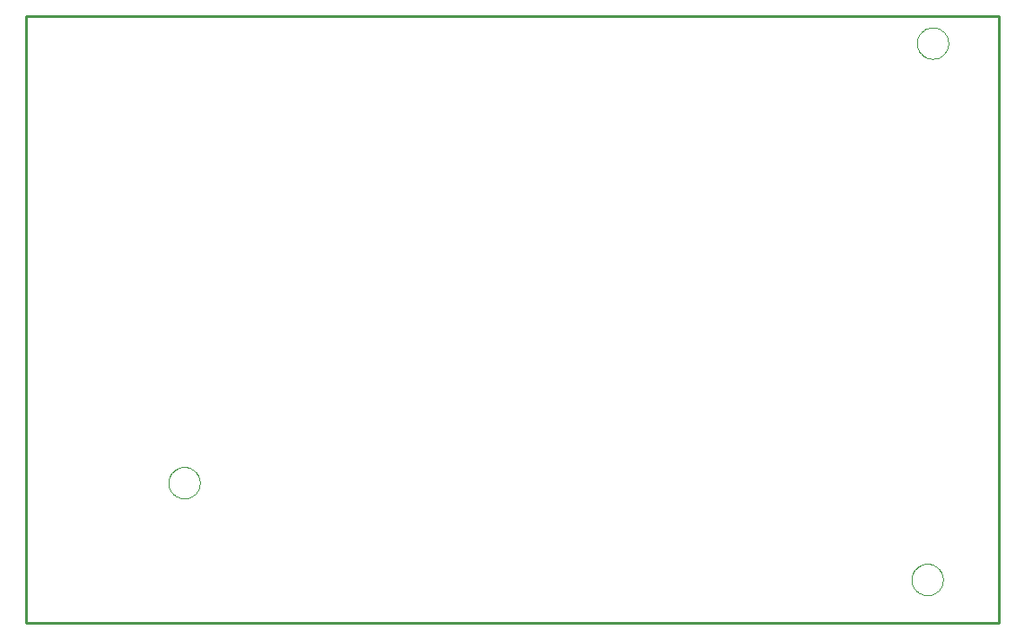
<source format=gko>
%FSTAX23Y23*%
%MOIN*%
%SFA1B1*%

%IPPOS*%
%ADD12C,0.010000*%
%ADD132C,0.000000*%
%LNusb_control-1*%
%LPD*%
G54D12*
X0Y0D02*
X03614D01*
X0Y02255D02*
Y0D01*
Y02255D02*
X03614D01*
Y0D02*
Y02255D01*
G54D132*
X00647Y0052D02*
D01*
X00647Y00524*
X00646Y00528*
X00646Y00532*
X00645Y00536*
X00643Y00539*
X00642Y00543*
X0064Y00547*
X00638Y0055*
X00636Y00554*
X00633Y00557*
X0063Y0056*
X00628Y00563*
X00624Y00565*
X00621Y00568*
X00618Y0057*
X00614Y00572*
X0061Y00574*
X00607Y00575*
X00603Y00576*
X00599Y00577*
X00595Y00577*
X00591Y00578*
X00586*
X00582Y00577*
X00578Y00577*
X00574Y00576*
X0057Y00575*
X00567Y00574*
X00563Y00572*
X00559Y0057*
X00556Y00568*
X00553Y00565*
X00549Y00563*
X00547Y0056*
X00544Y00557*
X00541Y00554*
X00539Y0055*
X00537Y00547*
X00535Y00543*
X00534Y00539*
X00532Y00536*
X00531Y00532*
X00531Y00528*
X0053Y00524*
X0053Y0052*
X0053Y00515*
X00531Y00511*
X00531Y00507*
X00532Y00503*
X00534Y005*
X00535Y00496*
X00537Y00492*
X00539Y00489*
X00541Y00485*
X00544Y00482*
X00547Y00479*
X00549Y00476*
X00553Y00474*
X00556Y00471*
X00559Y00469*
X00563Y00467*
X00567Y00465*
X0057Y00464*
X00574Y00463*
X00578Y00462*
X00582Y00462*
X00586Y00461*
X00591*
X00595Y00462*
X00599Y00462*
X00603Y00463*
X00607Y00464*
X0061Y00465*
X00614Y00467*
X00618Y00469*
X00621Y00471*
X00624Y00474*
X00628Y00476*
X0063Y00479*
X00633Y00482*
X00636Y00485*
X00638Y00489*
X0064Y00492*
X00642Y00496*
X00643Y005*
X00645Y00503*
X00646Y00507*
X00646Y00511*
X00647Y00515*
X00647Y0052*
X03427Y02155D02*
D01*
X03427Y02159*
X03426Y02163*
X03426Y02167*
X03425Y02171*
X03423Y02174*
X03422Y02178*
X0342Y02182*
X03418Y02185*
X03416Y02189*
X03413Y02192*
X0341Y02195*
X03408Y02198*
X03404Y022*
X03401Y02203*
X03398Y02205*
X03394Y02207*
X0339Y02209*
X03387Y0221*
X03383Y02211*
X03379Y02212*
X03375Y02212*
X03371Y02213*
X03366*
X03362Y02212*
X03358Y02212*
X03354Y02211*
X0335Y0221*
X03347Y02209*
X03343Y02207*
X03339Y02205*
X03336Y02203*
X03333Y022*
X03329Y02198*
X03327Y02195*
X03324Y02192*
X03321Y02189*
X03319Y02185*
X03317Y02182*
X03315Y02178*
X03314Y02174*
X03312Y02171*
X03311Y02167*
X03311Y02163*
X0331Y02159*
X0331Y02155*
X0331Y0215*
X03311Y02146*
X03311Y02142*
X03312Y02138*
X03314Y02135*
X03315Y02131*
X03317Y02127*
X03319Y02124*
X03321Y0212*
X03324Y02117*
X03327Y02114*
X03329Y02111*
X03333Y02109*
X03336Y02106*
X03339Y02104*
X03343Y02102*
X03347Y021*
X0335Y02099*
X03354Y02098*
X03358Y02097*
X03362Y02097*
X03366Y02096*
X03371*
X03375Y02097*
X03379Y02097*
X03383Y02098*
X03387Y02099*
X0339Y021*
X03394Y02102*
X03398Y02104*
X03401Y02106*
X03404Y02109*
X03408Y02111*
X0341Y02114*
X03413Y02117*
X03416Y0212*
X03418Y02124*
X0342Y02127*
X03422Y02131*
X03423Y02135*
X03425Y02138*
X03426Y02142*
X03426Y02146*
X03427Y0215*
X03427Y02155*
X03407Y0016D02*
D01*
X03407Y00164*
X03406Y00168*
X03406Y00172*
X03405Y00176*
X03403Y00179*
X03402Y00183*
X034Y00187*
X03398Y0019*
X03396Y00194*
X03393Y00197*
X0339Y002*
X03388Y00203*
X03384Y00205*
X03381Y00208*
X03378Y0021*
X03374Y00212*
X0337Y00214*
X03367Y00215*
X03363Y00216*
X03359Y00217*
X03355Y00217*
X03351Y00218*
X03346*
X03342Y00217*
X03338Y00217*
X03334Y00216*
X0333Y00215*
X03327Y00214*
X03323Y00212*
X03319Y0021*
X03316Y00208*
X03313Y00205*
X03309Y00203*
X03307Y002*
X03304Y00197*
X03301Y00194*
X03299Y0019*
X03297Y00187*
X03295Y00183*
X03294Y00179*
X03292Y00176*
X03291Y00172*
X03291Y00168*
X0329Y00164*
X0329Y0016*
X0329Y00155*
X03291Y00151*
X03291Y00147*
X03292Y00143*
X03294Y0014*
X03295Y00136*
X03297Y00132*
X03299Y00129*
X03301Y00125*
X03304Y00122*
X03307Y00119*
X03309Y00116*
X03313Y00114*
X03316Y00111*
X03319Y00109*
X03323Y00107*
X03327Y00105*
X0333Y00104*
X03334Y00103*
X03338Y00102*
X03342Y00102*
X03346Y00101*
X03351*
X03355Y00102*
X03359Y00102*
X03363Y00103*
X03367Y00104*
X0337Y00105*
X03374Y00107*
X03378Y00109*
X03381Y00111*
X03384Y00114*
X03388Y00116*
X0339Y00119*
X03393Y00122*
X03396Y00125*
X03398Y00129*
X034Y00132*
X03402Y00136*
X03403Y0014*
X03405Y00143*
X03406Y00147*
X03406Y00151*
X03407Y00155*
X03407Y0016*
M02*
</source>
